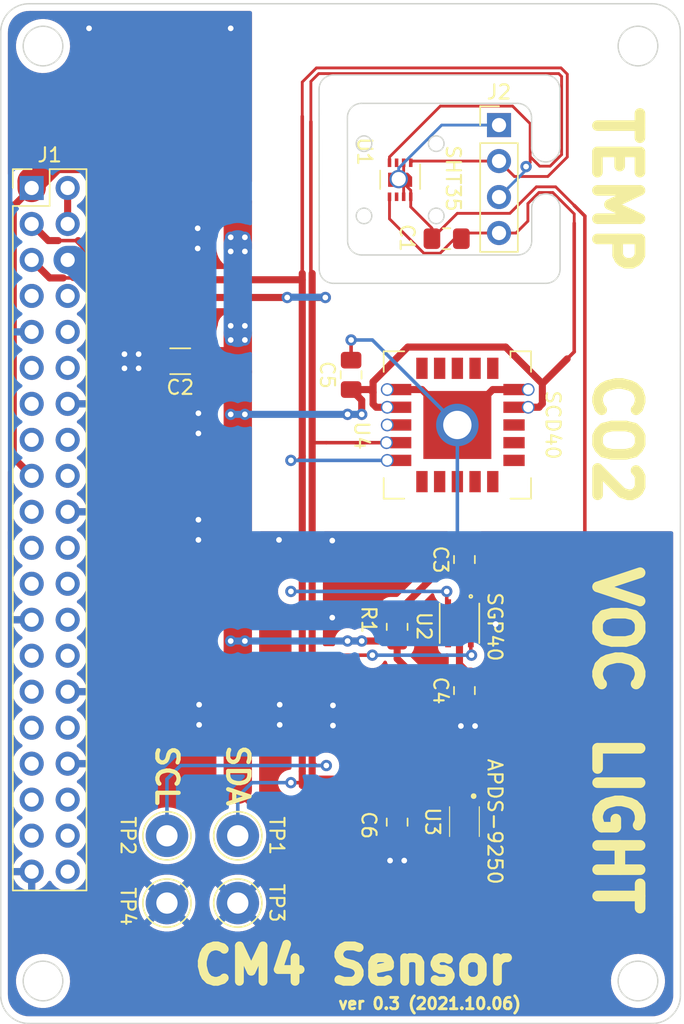
<source format=kicad_pcb>
(kicad_pcb (version 20210623) (generator pcbnew)
  (layers (0 "F.Cu" signal) (31 "B.Cu" signal) (34 "B.Paste" user) (35 "F.Paste" user) (36 "B.SilkS" user "B.Silkscreen") (37 "F.SilkS" user "F.Silkscreen") (38 "B.Mask" user) (39 "F.Mask" user) (44 "Edge.Cuts" user))
  (net 0 "")
  (net 1 "+3V3")
  (net 2 "+5V")
  (net 3 "PIN_03")
  (net 4 "PIN_05")
  (net 5 "GND")
  (net 6 "PIN_07")
  (net 7 "PIN_08")
  (net 8 "PIN_10")
  (net 9 "PIN_11")
  (net 10 "PIN_12")
  (net 11 "PIN_13")
  (net 12 "PIN_15")
  (net 13 "PIN_16")
  (net 14 "PIN_18")
  (net 15 "PIN_19")
  (net 16 "PIN_21")
  (net 17 "PIN_22")
  (net 18 "PIN_23")
  (net 19 "PIN_24")
  (net 20 "PIN_26")
  (net 21 "PIN_27")
  (net 22 "PIN_28")
  (net 23 "PIN_29")
  (net 24 "PIN_31")
  (net 25 "PIN_32")
  (net 26 "PIN_33")
  (net 27 "PIN_35")
  (net 28 "PIN_36")
  (net 29 "PIN_37")
  (net 30 "PIN_38")
  (net 31 "PIN_40")
  (net 49 "Net-(C3-Pad1)")
  (footprint "Capacitor_SMD:C_0805_2012Metric_Pad1.18x1.45mm_HandSolder" (layer "F.Cu") (at 223.25 84.75 90)
    (fp_text reference "C3" (at 0 -1.68 270 unlocked) (layer "F.SilkS"))
    (fp_text value "1u")
    (fp_line (start -0.261252 -0.735) (end 0.261252 -0.735) (layer "F.SilkS") (width 0.12))
    (fp_line (start -0.261252 0.735) (end 0.261252 0.735) (layer "F.SilkS") (width 0.12))
    (pad "1" smd roundrect locked (at -1.0375 0 90) (size 1.175 1.45) (layers "F.Cu" "F.Paste" "F.Mask") (roundrect_rratio 0.2127659574) (net 49 "Net-(C3-Pad1)"))
    (pad "2" smd roundrect locked (at 1.0375 0 90) (size 1.175 1.45) (layers "F.Cu" "F.Paste" "F.Mask") (roundrect_rratio 0.2127659574) (net 5 "GND"))
  )
  (footprint "Capacitor_SMD:C_1206_3216Metric_Pad1.33x1.80mm_HandSolder" (layer "F.Cu") (at 203.1875 70.75 180)
    (fp_text reference "C2" (at 0 -1.85) (layer "F.SilkS"))
    (fp_text value "10u")
    (fp_line (start -0.711252 -0.91) (end 0.711252 -0.91) (layer "F.SilkS") (width 0.12))
    (fp_line (start -0.711252 0.91) (end 0.711252 0.91) (layer "F.SilkS") (width 0.12))
    (pad "1" smd roundrect locked (at -1.5625 0 180) (size 1.325 1.8) (layers "F.Cu" "F.Paste" "F.Mask") (roundrect_rratio 0.1886792453) (net 1 "+3V3"))
    (pad "2" smd roundrect locked (at 1.5625 0 180) (size 1.325 1.8) (layers "F.Cu" "F.Paste" "F.Mask") (roundrect_rratio 0.1886792453) (net 5 "GND"))
  )
  (footprint "TestPoint:TestPoint_Loop_D2.54mm_Drill1.5mm_Beaded" (layer "F.Cu") (at 202.25 109)
    (fp_text reference "TP4" (at -2.75 0.25 270 unlocked) (layer "F.SilkS"))
    (fp_text value "TestPoint")
    (fp_circle (center 0 0) (end 1.7 0) (layer "F.SilkS") (width 0.12) (fill none))
    (pad "1" thru_hole circle locked (at 0 0) (size 3 3) (drill 1.5) (layers *.Cu *.Mask) (net 5 "GND"))
  )
  (footprint "CMIO:SCD4x" (layer "F.Cu") (at 222.75 75.25 -90)
    (fp_text reference "U4" (at 0.75 6.75 -90 unlocked) (layer "F.SilkS"))
    (fp_text value "SCD40" (at 0 -6.75 -90 unlocked) (layer "F.SilkS"))
    (fp_line (start 3.75 -5.2) (end 5.2 -5.2) (layer "F.SilkS") (width 0.12))
    (fp_line (start 3.75 5.2) (end 5.2 5.2) (layer "F.SilkS") (width 0.12))
    (fp_line (start -3.75 5.2) (end -5.2 5.2) (layer "F.SilkS") (width 0.12))
    (fp_line (start 5.2 5.2) (end 5.2 3.75) (layer "F.SilkS") (width 0.12))
    (fp_line (start -5.2 -3.75) (end -4.75 -3.75) (layer "F.SilkS") (width 0.12))
    (fp_line (start -5.2 5.2) (end -5.2 3.75) (layer "F.SilkS") (width 0.12))
    (fp_line (start -3.75 -5.2) (end -5.2 -5.2) (layer "F.SilkS") (width 0.12))
    (fp_line (start -5.2 -5.2) (end -5.2 -3.75) (layer "F.SilkS") (width 0.12))
    (fp_line (start 5.2 -5.2) (end 5.2 -3.75) (layer "F.SilkS") (width 0.12))
    (pad "1" smd rect (at -4 -2.5) (size 0.8 1.5) (layers "F.Cu" "F.Paste" "F.Mask"))
    (pad "2" smd rect (at -4 -1.25) (size 0.8 1.5) (layers "F.Cu" "F.Paste" "F.Mask"))
    (pad "3" smd rect (at -4 0) (size 0.8 1.5) (layers "F.Cu" "F.Paste" "F.Mask"))
    (pad "4" smd rect (at -4 1.25) (size 0.8 1.5) (layers "F.Cu" "F.Paste" "F.Mask"))
    (pad "5" smd rect (at -4 2.5) (size 0.8 1.5) (layers "F.Cu" "F.Paste" "F.Mask"))
    (pad "6" thru_hole circle (at -2.5 4.95 270) (size 0.9 0.9) (drill 0.7) (layers *.Cu *.Mask) (net 5 "GND"))
    (pad "6" smd rect (at -2.5 4 270) (size 0.8 1.5) (layers "F.Cu" "F.Paste" "F.Mask") (net 5 "GND"))
    (pad "7" thru_hole circle (at -1.25 4.95 270) (size 0.9 0.9) (drill 0.7) (layers *.Cu *.Mask) (net 1 "+3V3"))
    (pad "7" smd rect (at -1.25 4 270) (size 0.8 1.5) (layers "F.Cu" "F.Paste" "F.Mask") (net 1 "+3V3"))
    (pad "8" thru_hole circle (at 0 4.95 270) (size 0.9 0.9) (drill 0.7) (layers *.Cu *.Mask))
    (pad "8" smd rect (at 0 4 270) (size 0.8 1.5) (layers "F.Cu" "F.Paste" "F.Mask"))
    (pad "9" smd rect (at 1.25 4 270) (size 0.8 1.5) (layers "F.Cu" "F.Paste" "F.Mask") (net 4 "PIN_05"))
    (pad "9" thru_hole circle (at 1.25 5 270) (size 0.9 0.9) (drill 0.7) (layers *.Cu *.Mask) (net 4 "PIN_05"))
    (pad "10" thru_hole circle (at 2.5 4.95 270) (size 0.9 0.9) (drill 0.7) (layers *.Cu *.Mask) (net 3 "PIN_03"))
    (pad "10" smd rect (at 2.5 4 270) (size 0.8 1.5) (layers "F.Cu" "F.Paste" "F.Mask") (net 3 "PIN_03"))
    (pad "11" smd rect (at 4 2.5) (size 0.8 1.5) (layers "F.Cu" "F.Paste" "F.Mask"))
    (pad "12" smd rect (at 4 1.25) (size 0.8 1.5) (layers "F.Cu" "F.Paste" "F.Mask"))
    (pad "13" smd rect (at 4 0) (size 0.8 1.5) (layers "F.Cu" "F.Paste" "F.Mask"))
    (pad "14" smd rect (at 4 -1.25) (size 0.8 1.5) (layers "F.Cu" "F.Paste" "F.Mask"))
    (pad "15" smd rect (at 4 -2.5) (size 0.8 1.5) (layers "F.Cu" "F.Paste" "F.Mask"))
    (pad "16" smd rect (at 2.5 -4 270) (size 0.8 1.5) (layers "F.Cu" "F.Paste" "F.Mask"))
    (pad "17" smd rect (at 1.25 -4 270) (size 0.8 1.5) (layers "F.Cu" "F.Paste" "F.Mask"))
    (pad "18" smd rect (at 0 -4 270) (size 0.8 1.5) (layers "F.Cu" "F.Paste" "F.Mask"))
    (pad "19" smd rect (at -1.25 -4 270) (size 0.8 1.5) (layers "F.Cu" "F.Paste" "F.Mask") (net 1 "+3V3"))
    (pad "19" thru_hole circle (at -1.25 -5 270) (size 0.9 0.9) (drill 0.7) (layers *.Cu *.Mask) (net 1 "+3V3"))
    (pad "20" smd rect (at -2.5 -4 270) (size 0.8 1.5) (layers "F.Cu" "F.Paste" "F.Mask") (net 5 "GND"))
    (pad "20" thru_hole circle (at -2.5 -5 270) (size 0.9 0.9) (drill 0.7) (layers *.Cu *.Mask) (net 5 "GND"))
    (pad "21" smd rect (at 0 0 270) (size 4.8 4.8) (layers "F.Cu" "F.Paste" "F.Mask") (net 5 "GND"))
    (pad "21" thru_hole circle (at 0 0 270) (size 3 3) (drill 2) (layers *.Cu *.Mask) (net 5 "GND"))
  )
  (footprint "CMIO:SGP40-D-R4" (layer "F.Cu") (at 222.9 89.25 -90)
    (fp_text reference "U2" (at 0.2 2.5 -90 unlocked) (layer "F.SilkS"))
    (fp_text value "SGP40" (at 0.25 -2.5 -90 unlocked) (layer "F.SilkS"))
    (fp_line (start 1.397 -1.397) (end -1.397 -1.397) (layer "F.SilkS") (width 0.12))
    (fp_line (start -1.397 1.397) (end 1.397 1.397) (layer "F.SilkS") (width 0.12))
    (fp_circle (center -1.9 -0.8) (end -1.7984 -0.8) (layer "F.SilkS") (width 0.12) (fill none))
    (pad "1" smd rect locked (at -1.27 -0.800001 270) (size 0.85 0.4064) (layers "F.Cu" "F.Paste" "F.Mask") (net 49 "Net-(C3-Pad1)"))
    (pad "2" smd rect locked (at -1.27 0 270) (size 0.85 0.4064) (layers "F.Cu" "F.Paste" "F.Mask") (net 5 "GND"))
    (pad "3" smd rect locked (at -1.27 0.800001 270) (size 0.85 0.4064) (layers "F.Cu" "F.Paste" "F.Mask") (net 3 "PIN_03"))
    (pad "4" smd rect locked (at 1.27 0.800001 270) (size 0.85 0.4064) (layers "F.Cu" "F.Paste" "F.Mask") (net 5 "GND"))
    (pad "5" smd rect locked (at 1.27 0 270) (size 0.85 0.4064) (layers "F.Cu" "F.Paste" "F.Mask") (net 1 "+3V3"))
    (pad "6" smd rect locked (at 1.27 -0.800001 270) (size 0.85 0.4064) (layers "F.Cu" "F.Paste" "F.Mask") (net 4 "PIN_05"))
    (pad "7" smd rect locked (at 0 0 270) (size 1.2 1.7) (layers "F.Cu" "F.Paste" "F.Mask") (net 5 "GND"))
  )
  (footprint "TestPoint:TestPoint_Loop_D2.54mm_Drill1.5mm_Beaded" (layer "F.Cu") (at 202.25 104.25)
    (fp_text reference "TP2" (at -2.75 0 270 unlocked) (layer "F.SilkS"))
    (fp_text value "TestPoint")
    (fp_circle (center 0 0) (end 1.7 0) (layer "F.SilkS") (width 0.12) (fill none))
    (pad "1" thru_hole circle locked (at 0 0) (size 3 3) (drill 1.5) (layers *.Cu *.Mask) (net 4 "PIN_05"))
  )
  (footprint "Connector_PinHeader_2.54mm:PinHeader_2x20_P2.54mm_Vertical" (layer "F.Cu") (at 192.7 58.52)
    (fp_text reference "J1" (at 1.27 -2.33) (layer "F.SilkS"))
    (fp_text value "RPi_pin")
    (fp_line (start -1.33 1.27) (end 1.27 1.27) (layer "F.SilkS") (width 0.12))
    (fp_line (start -1.33 49.59) (end 3.87 49.59) (layer "F.SilkS") (width 0.12))
    (fp_line (start -1.33 -1.33) (end 0 -1.33) (layer "F.SilkS") (width 0.12))
    (fp_line (start 3.87 -1.33) (end 3.87 49.59) (layer "F.SilkS") (width 0.12))
    (fp_line (start -1.33 1.27) (end -1.33 49.59) (layer "F.SilkS") (width 0.12))
    (fp_line (start 1.27 -1.33) (end 3.87 -1.33) (layer "F.SilkS") (width 0.12))
    (fp_line (start 1.27 1.27) (end 1.27 -1.33) (layer "F.SilkS") (width 0.12))
    (fp_line (start -1.33 0) (end -1.33 -1.33) (layer "F.SilkS") (width 0.12))
    (pad "1" thru_hole rect locked (at 0 0) (size 1.7 1.7) (drill 1) (layers *.Cu *.Mask) (net 1 "+3V3"))
    (pad "2" thru_hole oval locked (at 2.54 0) (size 1.7 1.7) (drill 1) (layers *.Cu *.Mask) (net 2 "+5V"))
    (pad "3" thru_hole oval locked (at 0 2.54) (size 1.7 1.7) (drill 1) (layers *.Cu *.Mask) (net 3 "PIN_03"))
    (pad "4" thru_hole oval locked (at 2.54 2.54) (size 1.7 1.7) (drill 1) (layers *.Cu *.Mask) (net 2 "+5V"))
    (pad "5" thru_hole oval locked (at 0 5.08) (size 1.7 1.7) (drill 1) (layers *.Cu *.Mask) (net 4 "PIN_05"))
    (pad "6" thru_hole oval locked (at 2.54 5.08) (size 1.7 1.7) (drill 1) (layers *.Cu *.Mask) (net 5 "GND"))
    (pad "7" thru_hole oval locked (at 0 7.62) (size 1.7 1.7) (drill 1) (layers *.Cu *.Mask) (net 6 "PIN_07"))
    (pad "8" thru_hole oval locked (at 2.54 7.62) (size 1.7 1.7) (drill 1) (layers *.Cu *.Mask) (net 7 "PIN_08"))
    (pad "9" thru_hole oval locked (at 0 10.16) (size 1.7 1.7) (drill 1) (layers *.Cu *.Mask) (net 5 "GND"))
    (pad "10" thru_hole oval locked (at 2.54 10.16) (size 1.7 1.7) (drill 1) (layers *.Cu *.Mask) (net 8 "PIN_10"))
    (pad "11" thru_hole oval locked (at 0 12.7) (size 1.7 1.7) (drill 1) (layers *.Cu *.Mask) (net 9 "PIN_11"))
    (pad "12" thru_hole oval locked (at 2.54 12.7) (size 1.7 1.7) (drill 1) (layers *.Cu *.Mask) (net 10 "PIN_12"))
    (pad "13" thru_hole oval locked (at 0 15.24) (size 1.7 1.7) (drill 1) (layers *.Cu *.Mask) (net 11 "PIN_13"))
    (pad "14" thru_hole oval locked (at 2.54 15.24) (size 1.7 1.7) (drill 1) (layers *.Cu *.Mask) (net 5 "GND"))
    (pad "15" thru_hole oval locked (at 0 17.78) (size 1.7 1.7) (drill 1) (layers *.Cu *.Mask) (net 12 "PIN_15"))
    (pad "16" thru_hole oval locked (at 2.54 17.78) (size 1.7 1.7) (drill 1) (layers *.Cu *.Mask) (net 13 "PIN_16"))
    (pad "17" thru_hole oval locked (at 0 20.32) (size 1.7 1.7) (drill 1) (layers *.Cu *.Mask) (net 1 "+3V3"))
    (pad "18" thru_hole oval locked (at 2.54 20.32) (size 1.7 1.7) (drill 1) (layers *.Cu *.Mask) (net 14 "PIN_18"))
    (pad "19" thru_hole oval locked (at 0 22.86) (size 1.7 1.7) (drill 1) (layers *.Cu *.Mask) (net 15 "PIN_19"))
    (pad "20" thru_hole oval locked (at 2.54 22.86) (size 1.7 1.7) (drill 1) (layers *.Cu *.Mask) (net 5 "GND"))
    (pad "21" thru_hole oval locked (at 0 25.4) (size 1.7 1.7) (drill 1) (layers *.Cu *.Mask) (net 16 "PIN_21"))
    (pad "22" thru_hole oval locked (at 2.54 25.4) (size 1.7 1.7) (drill 1) (layers *.Cu *.Mask) (net 17 "PIN_22"))
    (pad "23" thru_hole oval locked (at 0 27.94) (size 1.7 1.7) (drill 1) (layers *.Cu *.Mask) (net 18 "PIN_23"))
    (pad "24" thru_hole oval locked (at 2.54 27.94) (size 1.7 1.7) (drill 1) (layers *.Cu *.Mask) (net 19 "PIN_24"))
    (pad "25" thru_hole oval locked (at 0 30.48) (size 1.7 1.7) (drill 1) (layers *.Cu *.Mask) (net 5 "GND"))
    (pad "26" thru_hole oval locked (at 2.54 30.48) (size 1.7 1.7) (drill 1) (layers *.Cu *.Mask) (net 20 "PIN_26"))
    (pad "27" thru_hole oval locked (at 0 33.02) (size 1.7 1.7) (drill 1) (layers *.Cu *.Mask) (net 21 "PIN_27"))
    (pad "28" thru_hole oval locked (at 2.54 33.02) (size 1.7 1.7) (drill 1) (layers *.Cu *.Mask) (net 22 "PIN_28"))
    (pad "29" thru_hole oval locked (at 0 35.56) (size 1.7 1.7) (drill 1) (layers *.Cu *.Mask) (net 23 "PIN_29"))
    (pad "30" thru_hole oval locked (at 2.54 35.56) (size 1.7 1.7) (drill 1) (layers *.Cu *.Mask) (net 5 "GND"))
    (pad "31" thru_hole oval locked (at 0 38.1) (size 1.7 1.7) (drill 1) (layers *.Cu *.Mask) (net 24 "PIN_31"))
    (pad "32" thru_hole oval locked (at 2.54 38.1) (size 1.7 1.7) (drill 1) (layers *.Cu *.Mask) (net 25 "PIN_32"))
    (pad "33" thru_hole oval locked (at 0 40.64) (size 1.7 1.7) (drill 1) (layers *.Cu *.Mask) (net 26 "PIN_33"))
    (pad "34" thru_hole oval locked (at 2.54 40.64) (size 1.7 1.7) (drill 1) (layers *.Cu *.Mask) (net 5 "GND"))
    (pad "35" thru_hole oval locked (at 0 43.18) (size 1.7 1.7) (drill 1) (layers *.Cu *.Mask) (net 27 "PIN_35"))
    (pad "36" thru_hole oval locked (at 2.54 43.18) (size 1.7 1.7) (drill 1) (layers *.Cu *.Mask) (net 28 "PIN_36"))
    (pad "37" thru_hole oval locked (at 0 45.72) (size 1.7 1.7) (drill 1) (layers *.Cu *.Mask) (net 29 "PIN_37"))
    (pad "38" thru_hole oval locked (at 2.54 45.72) (size 1.7 1.7) (drill 1) (layers *.Cu *.Mask) (net 30 "PIN_38"))
    (pad "39" thru_hole oval locked (at 0 48.26) (size 1.7 1.7) (drill 1) (layers *.Cu *.Mask) (net 5 "GND"))
    (pad "40" thru_hole oval locked (at 2.54 48.26) (size 1.7 1.7) (drill 1) (layers *.Cu *.Mask) (net 31 "PIN_40"))
  )
  (footprint "TestPoint:TestPoint_Loop_D2.54mm_Drill1.5mm_Beaded" (layer "F.Cu") (at 207.25 109)
    (fp_text reference "TP3" (at 2.75 0 270 unlocked) (layer "F.SilkS"))
    (fp_text value "TestPoint")
    (fp_circle (center 0 0) (end 1.7 0) (layer "F.SilkS") (width 0.12) (fill none))
    (pad "1" thru_hole circle locked (at 0 0) (size 3 3) (drill 1.5) (layers *.Cu *.Mask) (net 5 "GND"))
  )
  (footprint "Capacitor_SMD:C_0805_2012Metric_Pad1.18x1.45mm_HandSolder" (layer "F.Cu") (at 223.25 94 90)
    (fp_text reference "C4" (at 0 -1.68 270 unlocked) (layer "F.SilkS"))
    (fp_text value "1u")
    (fp_line (start -0.261252 0.735) (end 0.261252 0.735) (layer "F.SilkS") (width 0.12))
    (fp_line (start -0.261252 -0.735) (end 0.261252 -0.735) (layer "F.SilkS") (width 0.12))
    (pad "1" smd roundrect locked (at -1.0375 0 90) (size 1.175 1.45) (layers "F.Cu" "F.Paste" "F.Mask") (roundrect_rratio 0.2127659574) (net 5 "GND"))
    (pad "2" smd roundrect locked (at 1.0375 0 90) (size 1.175 1.45) (layers "F.Cu" "F.Paste" "F.Mask") (roundrect_rratio 0.2127659574) (net 1 "+3V3"))
  )
  (footprint "Connector_PinHeader_2.54mm:PinHeader_1x04_P2.54mm_Vertical" (layer "F.Cu") (at 225.69 54.08)
    (fp_text reference "J2" (at 0 -2.33) (layer "F.SilkS"))
    (fp_text value "Conn_01x04_Male")
    (fp_line (start -1.33 1.27) (end -1.33 8.95) (layer "F.SilkS") (width 0.12))
    (fp_line (start -1.33 0) (end -1.33 -1.33) (layer "F.SilkS") (width 0.12))
    (fp_line (start -1.33 8.95) (end 1.33 8.95) (layer "F.SilkS") (width 0.12))
    (fp_line (start 1.33 1.27) (end 1.33 8.95) (layer "F.SilkS") (width 0.12))
    (fp_line (start -1.33 -1.33) (end 0 -1.33) (layer "F.SilkS") (width 0.12))
    (fp_line (start -1.33 1.27) (end 1.33 1.27) (layer "F.SilkS") (width 0.12))
    (pad "1" thru_hole rect locked (at 0 0) (size 1.7 1.7) (drill 1) (layers *.Cu *.Mask) (net 5 "GND"))
    (pad "2" thru_hole oval locked (at 0 2.54) (size 1.7 1.7) (drill 1) (layers *.Cu *.Mask) (net 3 "PIN_03"))
    (pad "3" thru_hole oval locked (at 0 5.08) (size 1.7 1.7) (drill 1) (layers *.Cu *.Mask) (net 4 "PIN_05"))
    (pad "4" thru_hole oval locked (at 0 7.62) (size 1.7 1.7) (drill 1) (layers *.Cu *.Mask) (net 1 "+3V3"))
  )
  (footprint "Capacitor_SMD:C_0805_2012Metric_Pad1.18x1.45mm_HandSolder" (layer "F.Cu") (at 221.9925 62.1 180)
    (fp_text reference "C1" (at 2.79 0.06 270 unlocked) (layer "F.SilkS"))
    (fp_text value "0.1u")
    (fp_line (start -0.261252 -0.735) (end 0.261252 -0.735) (layer "F.SilkS") (width 0.12))
    (fp_line (start -0.261252 0.735) (end 0.261252 0.735) (layer "F.SilkS") (width 0.12))
    (pad "1" smd roundrect locked (at -1.0375 0 180) (size 1.175 1.45) (layers "F.Cu" "F.Paste" "F.Mask") (roundrect_rratio 0.2127659574) (net 1 "+3V3"))
    (pad "2" smd roundrect locked (at 1.0375 0 180) (size 1.175 1.45) (layers "F.Cu" "F.Paste" "F.Mask") (roundrect_rratio 0.2127659574) (net 5 "GND"))
  )
  (footprint "TestPoint:TestPoint_Loop_D2.54mm_Drill1.5mm_Beaded" (layer "F.Cu") (at 207.25 104.25)
    (fp_text reference "TP1" (at 2.75 0 270 unlocked) (layer "F.SilkS"))
    (fp_text value "TestPoint")
    (fp_circle (center 0 0) (end 1.7 0) (layer "F.SilkS") (width 0.12) (fill none))
    (pad "1" thru_hole circle locked (at 0 0) (size 3 3) (drill 1.5) (layers *.Cu *.Mask) (net 3 "PIN_03"))
  )
  (footprint "Resistor_SMD:R_0805_2012Metric_Pad1.20x1.40mm_HandSolder" (layer "F.Cu") (at 218.5 89.5 -90)
    (fp_text reference "R1" (at -0.5 2 -90 unlocked) (layer "F.SilkS"))
    (fp_text value "4.7")
    (fp_line (start -0.227064 0.735) (end 0.227064 0.735) (layer "F.SilkS") (width 0.12))
    (fp_line (start -0.227064 -0.735) (end 0.227064 -0.735) (layer "F.SilkS") (width 0.12))
    (pad "1" smd roundrect locked (at -1 0 270) (size 1.2 1.4) (layers "F.Cu" "F.Paste" "F.Mask") (roundrect_rratio 0.2083333333) (net 49 "Net-(C3-Pad1)"))
    (pad "2" smd roundrect locked (at 1 0 270) (size 1.2 1.4) (layers "F.Cu" "F.Paste" "F.Mask") (roundrect_rratio 0.2083333333) (net 1 "+3V3"))
  )
  (footprint "CMIO:SON65P200X200X75-6N" (layer "F.Cu") (at 223.25 103.25 -90)
    (fp_text reference "U3" (at 0 2.25 -90 unlocked) (layer "F.SilkS"))
    (fp_text value "APDS-9250")
    (fp_line (start 1.05 1.05) (end -1.05 1.05) (layer "F.SilkS") (width 0.0762))
    (fp_line (start -1.05 -1.05) (end 1.05 -1.05) (layer "F.SilkS") (width 0.0762))
    (fp_circle (center -1.8 -0.65) (end -1.7 -0.65) (layer "F.SilkS") (width 0.2) (fill none))
    (pad "1" smd rect locked (at -0.745 -0.65 270) (size 1.24 0.32) (layers "F.Cu" "F.Paste" "F.Mask") (net 4 "PIN_05"))
    (pad "2" smd rect locked (at -0.745 0 270) (size 1.24 0.32) (layers "F.Cu" "F.Paste" "F.Mask") (net 3 "PIN_03"))
    (pad "3" smd rect locked (at -0.745 0.65 270) (size 1.24 0.32) (layers "F.Cu" "F.Paste" "F.Mask") (net 1 "+3V3"))
    (pad "4" smd rect locked (at 0.745 0.65 270) (size 1.24 0.32) (layers "F.Cu" "F.Paste" "F.Mask"))
    (pad "5" smd rect locked (at 0.745 0 270) (size 1.24 0.32) (layers "F.Cu" "F.Paste" "F.Mask"))
    (pad "6" smd rect locked (at 0.745 -0.65 270) (size 1.24 0.32) (layers "F.Cu" "F.Paste" "F.Mask") (net 5 "GND"))
  )
  (footprint "Capacitor_SMD:C_0805_2012Metric_Pad1.18x1.45mm_HandSolder" (layer "F.Cu") (at 218.5 103.2875 -90)
    (fp_text reference "C6" (at 0.2125 2 -90 unlocked) (layer "F.SilkS"))
    (fp_text value "1u")
    (fp_line (start -0.261252 -0.735) (end 0.261252 -0.735) (layer "F.SilkS") (width 0.12))
    (fp_line (start -0.261252 0.735) (end 0.261252 0.735) (layer "F.SilkS") (width 0.12))
    (pad "1" smd roundrect locked (at -1.0375 0 270) (size 1.175 1.45) (layers "F.Cu" "F.Paste" "F.Mask") (roundrect_rratio 0.2127659574) (net 1 "+3V3"))
    (pad "2" smd roundrect locked (at 1.0375 0 270) (size 1.175 1.45) (layers "F.Cu" "F.Paste" "F.Mask") (roundrect_rratio 0.2127659574) (net 5 "GND"))
  )
  (footprint "CMIO:Sensirion_DFN-8-1EP_2.5x2.5mm_P0.5mm_EP1.1x1.7mm" (layer "F.Cu") (at 218.71 57.94 -90)
    (fp_text reference "U1" (at -1.993 2.5 -90 unlocked) (layer "F.SilkS"))
    (fp_text value "SHT35" (at -0.1 -3.75 -90 unlocked) (layer "F.SilkS"))
    (fp_line (start -1.09 -1.41) (end 0.65 -1.41) (layer "F.SilkS") (width 0.12))
    (fp_line (start -0.65 1.41) (end 0.65 1.41) (layer "F.SilkS") (width 0.12))
    (fp_circle (center 2.55 2.55) (end 3.1 2.55) (layer "Edge.Cuts") (width 0.1) (fill none))
    (fp_circle (center 2.55 -2.55) (end 3.1 -2.55) (layer "Edge.Cuts") (width 0.1) (fill none))
    (fp_circle (center -2.55 2.55) (end -2 2.55) (layer "Edge.Cuts") (width 0.1) (fill none))
    (fp_circle (center -2.55 -2.55) (end -2 -2.55) (layer "Edge.Cuts") (width 0.1) (fill none))
    (pad "1" smd rect locked (at -1.2 -0.75 270) (size 0.6 0.25) (layers "F.Cu" "F.Paste" "F.Mask") (net 3 "PIN_03"))
    (pad "2" smd rect locked (at -1.2 -0.25 270) (size 0.6 0.25) (layers "F.Cu" "F.Paste" "F.Mask") (net 5 "GND"))
    (pad "3" smd rect locked (at -1.2 0.25 270) (size 0.6 0.25) (layers "F.Cu" "F.Paste" "F.Mask"))
    (pad "4" smd rect locked (at -1.2 0.75 90) (size 0.6 0.25) (layers "F.Cu" "F.Paste" "F.Mask") (net 4 "PIN_05"))
    (pad "5" smd rect locked (at 1.2 0.75 270) (size 0.6 0.25) (layers "F.Cu" "F.Paste" "F.Mask") (net 1 "+3V3"))
    (pad "6" smd rect locked (at 1.2 0.25 270) (size 0.6 0.25) (layers "F.Cu" "F.Paste" "F.Mask"))
    (pad "7" smd rect locked (at 1.2 -0.25 270) (size 0.6 0.25) (layers "F.Cu" "F.Paste" "F.Mask") (net 5 "GND"))
    (pad "8" smd rect locked (at 1.2 -0.75 270) (size 0.6 0.25) (layers "F.Cu" "F.Paste" "F.Mask") (net 5 "GND"))
    (pad "9" smd custom locked (at 0 0 270) (size 1 1) (layers "F.Cu" "F.Mask") (net 5 "GND") (options (clearance outline) (anchor circle)) (primitives (gr_poly (pts (xy 0.5 0.85) (xy -0.5 0.85) (xy -0.5 -0.55) (xy -0.2 -0.85) (xy 0.5 -0.85)) (width 0) (fill yes))))
    (pad "9" thru_hole circle locked (at -0.05 0.1 270) (size 1.3 1.3) (drill 1) (layers *.Cu *.Mask) (net 5 "GND"))
  )
  (footprint "Capacitor_SMD:C_0805_2012Metric_Pad1.18x1.45mm_HandSolder" (layer "F.Cu") (at 215.25 71.7125 90)
    (fp_text reference "C5" (at 0 -1.68 270 unlocked) (layer "F.SilkS"))
    (fp_text value "1u")
    (fp_line (start -0.261252 0.735) (end 0.261252 0.735) (layer "F.SilkS") (width 0.12))
    (fp_line (start -0.261252 -0.735) (end 0.261252 -0.735) (layer "F.SilkS") (width 0.12))
    (pad "1" smd roundrect locked (at -1.0375 0 90) (size 1.175 1.45) (layers "F.Cu" "F.Paste" "F.Mask") (roundrect_rratio 0.2127659574) (net 1 "+3V3"))
    (pad "2" smd roundrect locked (at 1.0375 0 90) (size 1.175 1.45) (layers "F.Cu" "F.Paste" "F.Mask") (roundrect_rratio 0.2127659574) (net 5 "GND"))
  )
  (gr_arc (start 229 64.25) (end 229 65.25) (angle -90) (layer "Edge.Cuts") (width 0.1))
  (gr_circle locked (center 235.5 48.5) (end 236.9 48.5) (layer "Edge.Cuts") (width 0.1) (fill none))
  (gr_arc (start 228.988 51.546) (end 228.988 50.546) (angle 90) (layer "Edge.Cuts") (width 0.1))
  (gr_line (start 228 59.94) (end 228 62.25) (layer "Edge.Cuts") (width 0.1))
  (gr_arc (start 228.99 55.68) (end 227.99 55.68) (angle -180) (layer "Edge.Cuts") (width 0.1))
  (gr_arc (start 215.988 53.546) (end 215.988 52.546) (angle -90) (layer "Edge.Cuts") (width 0.1))
  (gr_line locked (start 238.485786 47.514214) (end 238.5 115.5) (layer "Edge.Cuts") (width 0.1))
  (gr_arc (start 229 59.94) (end 228 59.94) (angle 180) (layer "Edge.Cuts") (width 0.1))
  (gr_line (start 216 63.25) (end 227 63.25) (layer "Edge.Cuts") (width 0.1))
  (gr_circle locked (center 193.5 114.5) (end 194.9 114.5) (layer "Edge.Cuts") (width 0.1) (fill none))
  (gr_circle locked (center 235.5 114.5) (end 236.9 114.5) (layer "Edge.Cuts") (width 0.1) (fill none))
  (gr_line (start 227.988 53.546) (end 227.99 55.68) (layer "Edge.Cuts") (width 0.1))
  (gr_arc (start 227 62.25) (end 227 63.25) (angle -90) (layer "Edge.Cuts") (width 0.1))
  (gr_arc (start 192.508376 115.505745) (end 192.514214 117.5) (angle 90.74116571) (layer "Edge.Cuts") (width 0.1))
  (gr_line (start 230 64.25) (end 230 59.94) (layer "Edge.Cuts") (width 0.1))
  (gr_arc (start 214 64.25) (end 214 65.25) (angle 90) (layer "Edge.Cuts") (width 0.1))
  (gr_arc (start 213.988 51.546) (end 213.988 50.546) (angle -90) (layer "Edge.Cuts") (width 0.1))
  (gr_line locked (start 192.514214 45.514214) (end 236.485786 45.514214) (layer "Edge.Cuts") (width 0.1))
  (gr_line locked (start 236.5 117.5) (end 192.514214 117.5) (layer "Edge.Cuts") (width 0.1))
  (gr_circle locked (center 193.5 48.5) (end 194.9 48.5) (layer "Edge.Cuts") (width 0.1) (fill none))
  (gr_line locked (start 190.514214 47.514214) (end 190.514214 115.485786) (layer "Edge.Cuts") (width 0.1))
  (gr_line (start 229 65.25) (end 214 65.25) (layer "Edge.Cuts") (width 0.1))
  (gr_arc locked (start 236.485786 47.514213) (end 236.485786 45.514214) (angle 90) (layer "Edge.Cuts") (width 0.1))
  (gr_line (start 213 64.25) (end 212.988 51.546) (layer "Edge.Cuts") (width 0.1))
  (gr_line (start 226.988 52.546) (end 215.988 52.546) (layer "Edge.Cuts") (width 0.1))
  (gr_arc (start 236.5 115.5) (end 238.5 115.5) (angle 90) (layer "Edge.Cuts") (width 0.1))
  (gr_line (start 213.988 50.546) (end 228.988 50.546) (layer "Edge.Cuts") (width 0.1))
  (gr_line (start 214.988 53.546) (end 215 62.25) (layer "Edge.Cuts") (width 0.1))
  (gr_arc (start 192.514214 47.514214) (end 190.514214 47.514214) (angle 90) (layer "Edge.Cuts") (width 0.1))
  (gr_arc (start 226.988 53.546) (end 226.988 52.546) (angle 90) (layer "Edge.Cuts") (width 0.1))
  (gr_arc (start 216 62.25) (end 216 63.25) (angle 90) (layer "Edge.Cuts") (width 0.1))
  (gr_line (start 229.988 51.546) (end 229.99 55.68) (layer "Edge.Cuts") (width 0.1))
  (gr_text "ver 0.3 (2021.10.06)" (at 220.8 116.1) (layer "F.SilkS") (effects (font (size 0.8 0.8) (thickness 0.2))))
  (gr_text "VOC\n" (at 234 89.75 270) (layer "F.SilkS") (effects (font (size 3 3) (thickness 0.75))))
  (gr_text "LIGHT" (at 234 103.5 270) (layer "F.SilkS") (effects (font (size 3 3) (thickness 0.75))))
  (gr_text "SCL" (at 202.25 100 270) (layer "F.SilkS") (effects (font (size 1.5 1.5) (thickness 0.3))))
  (gr_text "CO2" (at 234 76.25 270) (layer "F.SilkS") (effects (font (size 3 3) (thickness 0.75))))
  (gr_text "APDS-9250" (at 225.4 103.25 270) (layer "F.SilkS") (effects (font (size 1 1))))
  (gr_text "TEMP\n" (at 233.988 58.689 270) (layer "F.SilkS") (effects (font (size 3 3) (thickness 0.75))))
  (gr_text "CM4 Sensor" (at 215.4 113.4) (layer "F.SilkS") (effects (font (size 2.5 2.5) (thickness 0.625))))
  (gr_text "SDA" (at 207.25 100 270) (layer "F.SilkS") (effects (font (size 1.5 1.5) (thickness 0.3))))
  (segment (start 216.800489 72.199511) (end 219.25 69.75) (width 0.5) (layer "F.Cu") (net 1))
  (segment (start 191.400489 77.540489) (end 191.400489 59.819511) (width 0.5) (layer "F.Cu") (net 1))
  (segment (start 207.25 101) (end 208.5 102.25) (width 0.5) (layer "F.Cu") (net 1))
  (segment (start 231 61) (end 231 60.350362) (width 0.2) (layer "F.Cu") (net 1))
  (segment (start 216 74.5) (end 216 73.5) (width 0.5) (layer "F.Cu") (net 1))
  (segment (start 227.75 74) (end 228.527817 74) (width 0.5) (layer "F.Cu") (net 1))
  (segment (start 226.89 61.7) (end 225.69 61.7) (width 0.2) (layer "F.Cu") (net 1))
  (segment (start 230.5 70.585499) (end 228.749511 72.335988) (width 0.5) (layer "F.Cu") (net 1))
  (segment (start 216.800489 72.949511) (end 216.800489 72.199511) (width 0.5) (layer "F.Cu") (net 1))
  (segment (start 228.5 74) (end 227.75 74) (width 0.5) (layer "F.Cu") (net 1))
  (segment (start 227.73 60.86) (end 226.89 61.7) (width 0.2) (layer "F.Cu") (net 1))
  (segment (start 191.400489 59.819511) (end 192.7 58.52) (width 0.5) (layer "F.Cu") (net 1))
  (segment (start 192.7 58.52) (end 192.7 58.05) (width 2) (layer "F.Cu") (net 1))
  (segment (start 208.5 102.25) (end 218.5 102.25) (width 0.5) (layer "F.Cu") (net 1))
  (segment (start 215 90.5) (end 218.5 90.5) (width 0.5) (layer "F.Cu") (net 1))
  (segment (start 222.9 90.4438) (end 222.9 92.15) (width 0.5) (layer "F.Cu") (net 1))
  (segment (start 220.382956 63.12452) (end 217.96 60.701564) (width 0.2) (layer "F.Cu") (net 1))
  (segment (start 228.749511 72.335988) (end 228.749511 73.750489) (width 0.5) (layer "F.Cu") (net 1))
  (segment (start 216.600978 72.75) (end 216.800489 72.949511) (width 0.5) (layer "F.Cu") (net 1))
  (segment (start 218.5 91.75) (end 219.7125 92.9625) (width 0.5) (layer "F.Cu") (net 1))
  (segment (start 228.51 58.84) (end 227.73 59.62) (width 0.2) (layer "F.Cu") (net 1))
  (segment (start 226.163523 69.75) (end 228.749511 72.335988) (width 0.5) (layer "F.Cu") (net 1))
  (segment (start 215.25 72.75) (end 216.600978 72.75) (width 0.5) (layer "F.Cu") (net 1))
  (segment (start 192.7 58.05) (end 194.279511 56.470489) (width 2) (layer "F.Cu") (net 1))
  (segment (start 216.800489 73.778306) (end 216.800489 72.949511) (width 0.5) (layer "F.Cu") (net 1))
  (segment (start 218.5 90.5) (end 218.5 91.75) (width 0.5) (layer "F.Cu") (net 1))
  (segment (start 206.5 70.75) (end 207.25 71.5) (width 2) (layer "F.Cu") (net 1))
  (segment (start 217.022183 74) (end 216.800489 73.778306) (width 0.5) (layer "F.Cu") (net 1))
  (segment (start 194.279511 56.470489) (end 204.220489 56.470489) (width 2) (layer "F.Cu") (net 1))
  (segment (start 223.43 61.7) (end 223.03 62.1) (width 0.2) (layer "F.Cu") (net 1))
  (segment (start 223.03 62.1) (end 222.56 62.1) (width 0.2) (layer "F.Cu") (net 1))
  (segment (start 217.96 60.701564) (end 217.96 59.14) (width 0.2) (layer "F.Cu") (net 1))
  (segment (start 207.25 59.5) (end 207.25 62.75) (width 2) (layer "F.Cu") (net 1))
  (segment (start 225.69 61.7) (end 223.43 61.7) (width 0.2) (layer "F.Cu") (net 1))
  (segment (start 227.73 59.62) (end 227.73 60.86) (width 0.2) (layer "F.Cu") (net 1))
  (segment (start 217.8 74) (end 217.022183 74) (width 0.5) (layer "F.Cu") (net 1))
  (segment (start 219.25 69.75) (end 226.163523 69.75) (width 0.5) (layer "F.Cu") (net 1))
  (segment (start 192.7 78.84) (end 191.400489 77.540489) (width 0.5) (layer "F.Cu") (net 1))
  (segment (start 229.489638 58.84) (end 228.51 58.84) (width 0.2) (layer "F.Cu") (net 1))
  (segment (start 204.75 70.75) (end 206.5 70.75) (width 2) (layer "F.Cu") (net 1))
  (segment (start 215 74.5) (end 216 74.5) (width 0.5) (layer "F.Cu") (net 1))
  (segment (start 218.5 102.25) (end 222.345 102.25) (width 0.5) (layer "F.Cu") (net 1))
  (segment (start 207.25 71.5) (end 207.25 101) (width 2) (layer "F.Cu") (net 1))
  (segment (start 204.220489 56.470489) (end 207.25 59.5) (width 2) (layer "F.Cu") (net 1))
  (segment (start 231 61) (end 231 70.085499) (width 0.25) (layer "F.Cu") (net 1))
  (segment (start 219.7125 92.9625) (end 223.25 92.9625) (width 0.5) (layer "F.Cu") (net 1))
  (segment (start 228.749511 73.750489) (end 228.5 74) (width 0.5) (layer "F.Cu") (net 1))
  (segment (start 221.53548 63.12452) (end 220.382956 63.12452) (width 0.2) (layer "F.Cu") (net 1))
  (segment (start 222.56 62.1) (end 221.53548 63.12452) (width 0.2) (layer "F.Cu") (net 1))
  (segment (start 222.345 102.25) (end 222.6 102.505) (width 0.5) (layer "F.Cu") (net 1))
  (segment (start 207.25 68.75) (end 207.25 71.5) (width 2) (layer "F.Cu") (net 1))
  (segment (start 231 60.350362) (end 229.489638 58.84) (width 0.2) (layer "F.Cu") (net 1))
  (segment (start 216 73.5) (end 215.25 72.75) (width 0.5) (layer "F.Cu") (net 1))
  (segment (start 231 70.085499) (end 230.5 70.585499) (width 0.25) (layer "F.Cu") (net 1))
  (segment (start 222.9 92.15) (end 223.25 92.5) (width 0.5) (layer "F.Cu") (net 1))
  (via (at 207.75 63) (size 0.8) (drill 0.4) (layers "F.Cu" "B.Cu") (net 1))
  (via (at 207.75 69.25) (size 0.8) (drill 0.4) (layers "F.Cu" "B.Cu") (net 1))
  (via (at 206.75 69.25) (size 0.8) (drill 0.4) (layers "F.Cu" "B.Cu") (net 1))
  (via (at 216 74.5) (size 0.8) (drill 0.4) (layers "F.Cu" "B.Cu") (net 1))
  (via (at 207.75 74.5) (size 0.8) (drill 0.4) (layers "F.Cu" "B.Cu") (net 1))
  (via (at 215 74.5) (size 0.8) (drill 0.4) (layers "F.Cu" "B.Cu") (net 1))
  (via (at 215 90.5) (size 0.8) (drill 0.4) (layers "F.Cu" "B.Cu") (net 1))
  (via (at 206.75 63) (size 0.8) (drill 0.4) (layers "F.Cu" "B.Cu") (net 1))
  (via (at 206.75 90.5) (size 0.8) (drill 0.4) (layers "F.Cu" "B.Cu") (net 1))
  (via (at 206.75 68.25) (size 0.8) (drill 0.4) (layers "F.Cu" "B.Cu") (net 1))
  (via (at 206.75 62) (size 0.8) (drill 0.4) (layers "F.Cu" "B.Cu") (net 1))
  (via (at 207.75 68.25) (size 0.8) (drill 0.4) (layers "F.Cu" "B.Cu") (net 1))
  (via (at 207.75 90.5) (size 0.8) (drill 0.4) (layers "F.Cu" "B.Cu") (net 1))
  (via (at 216 90.5) (size 0.8) (drill 0.4) (layers "F.Cu" "B.Cu") (net 1))
  (via (at 206.75 74.5) (size 0.8) (drill 0.4) (layers "F.Cu" "B.Cu") (net 1))
  (via (at 207.75 62) (size 0.8) (drill 0.4) (layers "F.Cu" "B.Cu") (net 1))
  (segment (start 207.25 68.75) (end 207.25 62.5) (width 2) (layer "B.Cu") (net 1))
  (segment (start 206.75 74.5) (end 216 74.5) (width 0.5) (layer "B.Cu") (net 1))
  (segment (start 206.75 90.5) (end 216 90.5) (width 0.5) (layer "B.Cu") (net 1))
  (segment (start 195.24 58.52) (end 195.24 61.06) (width 0.5) (layer "F.Cu") (net 2))
  (segment (start 198.75 65) (end 211.80048 65) (width 0.5) (layer "F.Cu") (net 3))
  (segment (start 211.80048 53.46025) (end 211.80048 64.55048) (width 0.25) (layer "F.Cu") (net 3))
  (segment (start 211.75 87) (end 211.80048 86.94952) (width 0.25) (layer "F.Cu") (net 3))
  (segment (start 195.984511 62.234511) (end 198.75 65) (width 0.5) (layer "F.Cu") (net 3))
  (segment (start 211.5 77.75) (end 211.80048 77.44952) (width 0.25) (layer "F.Cu") (net 3))
  (segment (start 219.58 56.62) (end 219.46 56.74) (width 0.2) (layer "F.Cu") (net 3))
  (segment (start 211 100.5) (end 211.60096 100.5) (width 0.25) (layer "F.Cu") (net 3))
  (segment (start 211.80048 51.044514) (end 212.799456 50.045538) (width 0.2) (layer "F.Cu") (net 3))
  (segment (start 226.779133 57.709133) (end 225.69 56.62) (width 0.2) (layer "F.Cu") (net 3))
  (segment (start 211.80048 86.94952) (end 211.80048 99.69952) (width 0.5) (layer "F.Cu") (net 3))
  (segment (start 193.874511 62.234511) (end 192.7 61.06) (width 0.5) (layer "F.Cu") (net 3))
  (segment (start 211.80048 99.69952) (end 211.80048 100.30048) (width 0.5) (layer "F.Cu") (net 3))
  (segment (start 229.135873 57.709133) (end 226.779133 57.709133) (width 0.2) (layer "F.Cu") (net 3))
  (segment (start 211 77.75) (end 211.5 77.75) (width 0.25) (layer "F.Cu") (net 3))
  (segment (start 211.80048 100.30048) (end 211.80048 100.69952) (width 0.5) (layer "F.Cu") (net 3))
  (segment (start 212.799456 50.045538) (end 230.070545 50.045539) (width 0.2) (layer "F.Cu") (net 3))
  (segment (start 222.44952 100.69952) (end 223.25 101.5) (width 0.25) (layer "F.Cu") (net 3))
  (segment (start 230.50952 50.484514) (end 230.509519 56.335487) (width 0.2) (layer "F.Cu") (net 3))
  (segment (start 211.60096 100.5) (end 211.80048 100.30048) (width 0.25) (layer "F.Cu") (net 3))
  (segment (start 211 87) (end 211.75 87) (width 0.25) (layer "F.Cu") (net 3))
  (segment (start 230.070545 50.045539) (end 230.50952 50.484514) (width 0.2) (layer "F.Cu") (net 3))
  (segment (start 194.574511 62.234511) (end 195.984511 62.234511) (width 0.25) (layer "F.Cu") (net 3))
  (segment (start 211.80048 100.69952) (end 222.44952 100.69952) (width 0.25) (layer "F.Cu") (net 3))
  (segment (start 195.984511 62.234511) (end 196.044511 62.234511) (width 0.25) (layer "F.Cu") (net 3))
  (segment (start 230.509519 56.335487) (end 229.135873 57.709133) (width 0.2) (layer "F.Cu") (net 3))
  (segment (start 222 87.956201) (end 222.099999 88.0562) (width 0.25) (layer "F.Cu") (net 3))
  (segment (start 211.80048 53.46025) (end 211.80048 51.044514) (width 0.2) (layer "F.Cu") (net 3))
  (segment (start 223.25 101.5) (end 223.25 102.505) (width 0.25) (layer "F.Cu") (net 3))
  (segment (start 211.80048 77.44952) (end 211.80048 86.94952) (width 0.5) (layer "F.Cu") (net 3))
  (segment (start 193.874511 62.234511) (end 194.574511 62.234511) (width 0.5) (layer "F.Cu") (net 3))
  (segment (start 225.69 56.62) (end 219.58 56.62) (width 0.2) (layer "F.Cu") (net 3))
  (segment (start 222 87) (end 222 87.956201) (width 0.25) (layer "F.Cu") (net 3))
  (segment (start 211.80048 64.55048) (end 211.80048 77.44952) (width 0.5) (layer "F.Cu") (net 3))
  (via (at 211 87) (size 0.8) (drill 0.4) (layers "F.Cu" "B.Cu") (net 3))
  (via (at 211 77.75) (size 0.8) (drill 0.4) (layers "F.Cu" "B.Cu") (net 3))
  (via (at 222 87) (size 0.8) (drill 0.4) (layers "F.Cu" "B.Cu") (net 3))
  (via (at 211 100.5) (size 0.8) (drill 0.4) (layers "F.Cu" "B.Cu") (net 3))
  (segment (start 211 77.75) (end 217.8 77.75) (width 0.25) (layer "B.Cu") (net 3))
  (segment (start 211 100.5) (end 208.25 100.5) (width 0.25) (layer "B.Cu") (net 3))
  (segment (start 211 87) (end 222 87) (width 0.25) (layer "B.Cu") (net 3))
  (segment (start 207.25 101.5) (end 207.25 104.25) (width 0.25) (layer "B.Cu") (net 3))
  (segment (start 208.25 100.5) (end 207.25 101.5) (width 0.25) (layer "B.Cu") (net 3))
  (segment (start 213.5 99.29) (end 212.79 99.29) (width 0.25) (layer "F.Cu") (net 4))
  (segment (start 213.43 66.25) (end 212.57 66.25) (width 0.5) (layer "F.Cu") (net 4))
  (segment (start 210.74 66.25) (end 198.07 66.25) (width 0.5) (layer "F.Cu") (net 4))
  (segment (start 227.888386 53.979364) (end 227.888386 56.308386) (width 0.2) (layer "F.Cu") (net 4))
  (segment (start 227.888386 56.308386) (end 227.888386 56.721614) (width 0.2) (layer "F.Cu") (net 4))
  (segment (start 212.41 64.46) (end 212.5 64.55) (width 0.25) (layer "F.Cu") (net 4))
  (segment (start 229.30048 56.97952) (end 230.11 56.17) (width 0.2) (layer "F.Cu") (net 4))
  (segment (start 223.700001 90.4438) (end 223.700001 91.450001) (width 0.25) (layer "F.Cu") (net 4))
  (segment (start 229.905058 50.445058) (end 212.964942 50.445058) (width 0.2) (layer "F.Cu") (net 4))
  (segment (start 226.649022 52.74) (end 227.888386 53.979364) (width 0.2) (layer "F.Cu") (net 4))
  (segment (start 213.5 76.5) (end 212.75 76.5) (width 0.25) (layer "F.Cu") (net 4))
  (segment (start 196.660489 64.840489) (end 195.64 64.840489) (width 0.5) (layer "F.Cu") (net 4))
  (segment (start 217.96 56.33) (end 221.55 52.74) (width 0.2) (layer "F.Cu") (net 4))
  (segment (start 212.41 51) (end 212.41 53.84) (width 0.2) (layer "F.Cu") (net 4))
  (segment (start 223.9 101.514283) (end 223.9 102.505) (width 0.25) (layer "F.Cu") (net 4))
  (segment (start 222.510717 100.125) (end 223.9 101.514283) (width 0.25) (layer "F.Cu") (net 4))
  (segment (start 227.888386 56.721614) (end 227.600378 57.009622) (width 0.2) (layer "F.Cu") (net 4))
  (segment (start 212.41 53.84) (end 212.41 64.46) (width 0.25) (layer "F.Cu") (net 4))
  (segment (start 221.55 52.74) (end 226.649022 52.74) (width 0.2) (layer "F.Cu") (net 4))
  (segment (start 216.75 91.5) (end 212.5 91.5) (width 0.25) (layer "F.Cu") (net 4))
  (segment (start 192.7 63.6) (end 193.97 64.87) (width 0.5) (layer "F.Cu") (net 4))
  (segment (start 230.11 56.17) (end 230.11 50.65) (width 0.2) (layer "F.Cu") (net 4))
  (segment (start 217.96 56.74) (end 217.96 56.33) (width 0.2) (layer "F.Cu") (net 4))
  (segment (start 217.75 76.5) (end 213.5 76.5) (width 0.25) (layer "F.Cu") (net 4))
  (segment (start 212.964942 50.445058) (end 212.41 51) (width 0.2) (layer "F.Cu") (net 4))
  (segment (start 228.55952 56.97952) (end 229.30048 56.97952) (width 0.2) (layer "F.Cu") (net 4))
  (segment (start 198.07 66.25) (end 196.660489 64.840489) (width 0.5) (layer "F.Cu") (net 4))
  (segment (start 230.11 50.65) (end 229.905058 50.445058) (width 0.2) (layer "F.Cu") (net 4))
  (segment (start 212.5 91.5) (end 212.5 64.55) (width 0.5) (layer "F.Cu") (net 4))
  (segment (start 212.5 100.125) (end 222.510717 100.125) (width 0.25) (layer "F.Cu") (net 4))
  (segment (start 212.79 99.29) (end 212.5 99) (width 0.25) (layer "F.Cu") (net 4))
  (segment (start 212.5 100.125) (end 212.5 99) (width 0.5) (layer "F.Cu") (net 4))
  (segment (start 223.700001 91.450001) (end 223.75 91.5) (width 0.25) (layer "F.Cu") (net 4))
  (segment (start 193.97 64.87) (end 196.69 64.87) (width 0.25) (layer "F.Cu") (net 4))
  (segment (start 193.97 64.87) (end 194.93 64.87) (width 0.5) (layer "F.Cu") (net 4))
  (segment (start 212.5 99) (end 212.5 91.5) (width 0.5) (layer "F.Cu") (net 4))
  (segment (start 227.888386 56.308386) (end 228.55952 56.97952) (width 0.2) (layer "F.Cu") (net 4))
  (via (at 216.75 91.5) (size 0.8) (drill 0.4) (layers "F.Cu" "B.Cu") (net 4))
  (via (at 223.75 91.5) (size 0.8) (drill 0.4) (layers "F.Cu" "B.Cu") (net 4))
  (via (at 213.5 99.29) (size 0.8) (drill 0.4) (layers "F.Cu" "B.Cu") (net 4))
  (via (at 213.43 66.25) (size 0.8) (drill 0.4) (layers "F.Cu" "B.Cu") (net 4))
  (via (at 227.600378 57.009622) (size 0.8) (drill 0.4) (layers "F.Cu" "B.Cu") (net 4))
  (via (at 210.74 66.25) (size 0.8) (drill 0.4) (layers "F.Cu" "B.Cu") (net 4))
  (segment (start 213.5 99.29) (end 203.21 99.29) (width 0.25) (layer "B.Cu") (net 4))
  (segment (start 203.21 99.29) (end 202.25 100.25) (width 0.25) (layer "B.Cu") (net 4))
  (segment (start 223.75 91.5) (end 216.75 91.5) (width 0.25) (layer "B.Cu") (net 4))
  (segment (start 227.600378 57.249622) (end 225.69 59.16) (width 0.2) (layer "B.Cu") (net 4))
  (segment (start 213.41 66.23) (end 213.43 66.25) (width 0.5) (layer "B.Cu") (net 4))
  (segment (start 210.67 66.23) (end 213.41 66.23) (width 0.5) (layer "B.Cu") (net 4))
  (segment (start 202.25 100.25) (end 202.25 104.25) (width 0.25) (layer "B.Cu") (net 4))
  (segment (start 227.600378 57.009622) (end 227.600378 57.249622) (width 0.2) (layer "B.Cu") (net 4))
  (segment (start 229.690481 58.440481) (end 228.329519 58.440481) (width 0.2) (layer "F.Cu") (net 5))
  (segment (start 220.955 61.3525) (end 220.955 62.1) (width 0.2) (layer "F.Cu") (net 5))
  (segment (start 223.685489 105.064511) (end 223.9 104.85) (width 0.5) (layer "F.Cu") (net 5))
  (segment (start 218.96 57.69) (end 218.71 57.94) (width 0.2) (layer "F.Cu") (net 5))
  (segment (start 218.96 56.74) (end 218.96 57.69) (width 0.2) (layer "F.Cu") (net 5))
  (segment (start 215.25 69.25) (end 215.25 70.675) (width 0.25) (layer "F.Cu") (net 5))
  (segment (start 231.75 84) (end 231.5 84.25) (width 0.25) (layer "F.Cu") (net 5))
  (segment (start 218.5 104.325) (end 219.239511 105.064511) (width 0.5) (layer "F.Cu") (net 5))
  (segment (start 219.46 59.8575) (end 220.955 61.3525) (width 0.2) (layer "F.Cu") (net 5))
  (segment (start 218.75 72.75) (end 220.25 72.75) (width 0.5) (layer "F.Cu") (net 5))
  (segment (start 222.9 88.0562) (end 222.9 89.25) (width 0.5) (layer "F.Cu") (net 5))
  (segment (start 219.46 58.69) (end 218.71 57.94) (width 0.2) (layer "F.Cu") (net 5))
  (segment (start 222.099999 90.050001) (end 222.247289 89.902711) (width 0.5) (layer "F.Cu") (net 5))
  (segment (start 218.96 58.19) (end 218.71 57.94) (width 0.2) (layer "F.Cu") (net 5))
  (segment (start 201.625 70.75) (end 199.5 70.75) (width 2) (layer "F.Cu") (net 5))
  (segment (start 231 59.75) (end 231.75 60.5) (width 0.25) (layer "F.Cu") (net 5))
  (segment (start 223.9 104.85) (end 223.9 103.995) (width 0.5) (layer "F.Cu") (net 5))
  (segment (start 226.460489 60.309511) (end 222.745489 60.309511) (width 0.2) (layer "F.Cu") (net 5))
  (segment (start 228.329519 58.440481) (end 228.329519 58.455475) (width 0.2) (layer "F.Cu") (net 5))
  (segment (start 219.46 59.8575) (end 219.46 59.14) (width 0.2) (layer "F.Cu") (net 5))
  (segment (start 219.46 59.14) (end 219.46 58.69) (width 0.2) (layer "F.Cu") (net 5))
  (segment (start 222.745489 60.309511) (end 220.955 62.1) (width 0.2) (layer "F.Cu") (net 5))
  (segment (start 226.75 72.75) (end 225.25 72.75) (width 0.5) (layer "F.Cu") (net 5))
  (segment (start 225.25 72.75) (end 222.75 75.25) (width 0.5) (layer "F.Cu") (net 5))
  (segment (start 222.099999 90.4438) (end 222.099999 90.050001) (width 0.5) (layer "F.Cu") (net 5))
  (segment (start 219.239511 105.064511) (end 223.685489 105.064511) (width 0.5) (layer "F.Cu") (net 5))
  (segment (start 231.75 60.5) (end 231.75 84) (width 0.25) (layer "F.Cu") (net 5))
  (segment (start 228.329519 58.440481) (end 226.460489 60.309511) (width 0.2) (layer "F.Cu") (net 5))
  (segment (start 231 59.75) (end 229.690481 58.440481) (width 0.2) (layer "F.Cu") (net 5))
  (segment (start 220.25 72.75) (end 222.75 75.25) (width 0.5) (layer "F.Cu") (net 5))
  (segment (start 218.96 59.14) (end 218.96 58.19) (width 0.2) (layer "F.Cu") (net 5))
  (via (at 196.75 47.25) (size 0.8) (drill 0.4) (layers "F.Cu" "B.Cu") (net 5))
  (via (at 204.5208 94.996) (size 0.8) (drill 0.4) (layers "F.Cu" "B.Cu") (net 5))
  (via (at 219 106) (size 0.8) (drill 0.4) (layers "F.Cu" "B.Cu") (net 5))
  (via (at 204.4192 61.3664) (size 0.8) (drill 0.4) (layers "F.Cu" "B.Cu") (net 5))
  (via (at 213.9188 83.4136) (size 0.8) (drill 0.4) (layers "F.Cu" "B.Cu") (net 5))
  (via (at 210.1596 83.3628) (size 0.8) (drill 0.4) (layers "F.Cu" "B.Cu") (net 5))
  (via (at 204.47 83.3628) (size 0.8) (drill 0.4) (layers "F.Cu" "B.Cu") (net 5))
  (via (at 213.9696 96.4692) (size 0.8) (drill 0.4) (layers "F.Cu" "B.Cu") (net 5))
  (via (at 200.25 71.25) (size 0.8) (drill 0.4) (layers "F.Cu" "B.Cu") (net 5))
  (via (at 215.25 69.25) (size 0.8) (drill 0.4) (layers "F.Cu" "B.Cu") (net 5))
  (via (at 204.4192 62.7888) (size 0.8) (drill 0.4) (layers "F.Cu" "B.Cu") (net 5))
  (via (at 199.25 70.25) (size 0.8) (drill 0.4) (layers "F.Cu" "B.Cu") (net 5))
  (via (at 204.47 81.9404) (size 0.8) (drill 0.4) (layers "F.Cu" "B.Cu") (net 5))
  (via (at 210.2104 94.996) (size 0.8) (drill 0.4) (layers "F.Cu" "B.Cu") (net 5))
  (via (at 204.47 75.8444) (size 0.8) (drill 0.4) (layers "F.Cu" "B.Cu") (net 5))
  (via (at 199.25 71.25) (size 0.8) (drill 0.4) (layers "F.Cu" "B.Cu") (net 5))
  (via (at 218 106) (size 0.8) (drill 0.4) (layers "F.Cu" "B.Cu") (net 5))
  (via (at 206.75 47.25) (size 0.8) (drill 0.4) (layers "F.Cu" "B.Cu") (net 5))
  (via (at 213.9188 88.8492) (size 0.8) (drill 0.4) (layers "F.Cu" "B.Cu") (net 5))
  (via (at 223 96.5) (size 0.8) (drill 0.4) (layers "F.Cu" "B.Cu") (net 5))
  (via (at 204.5208 96.4184) (size 0.8) (drill 0.4) (layers "F.Cu" "B.Cu") (net 5))
  (via (at 200.25 70.25) (size 0.8) (drill 0.4) (layers "F.Cu" "B.Cu") (net 5))
  (via (at 224 96.5) (size 0.8) (drill 0.4) (layers "F.Cu" "B.Cu") (net 5))
  (via (at 225.4504 89.3064) (size 0.8) (drill 0.4) (layers "F.Cu" "B.Cu") (net 5))
  (via (at 210.2104 96.4184) (size 0.8) (drill 0.4) (layers "F.Cu" "B.Cu") (net 5))
  (via (at 204.47 74.422) (size 0.8) (drill 0.4) (layers "F.Cu" "B.Cu") (net 5))
  (via (at 213.9696 95.0468) (size 0.8) (drill 0.4) (layers "F.Cu" "B.Cu") (net 5))
  (segment (start 218.61 57.112282) (end 218.61 57.89) (width 0.2) (layer "B.Cu") (net 5))
  (segment (start 221.642282 54.08) (end 218.61 57.112282) (width 0.2) (layer "B.Cu") (net 5))
  (segment (start 222.75 75.25) (end 222.75 84.75) (width 0.25) (layer "B.Cu") (net 5))
  (segment (start 195.24 63.6) (end 195.598447 63.6) (width 2) (layer "B.Cu") (net 5))
  (segment (start 191.430489 80.230489) (end 191.369511 80.230489) (width 0.2) (layer "B.Cu") (net 5))
  (segment (start 216.75 69.25) (end 222.75 75.25) (width 0.25) (layer "B.Cu") (net 5))
  (segment (start 199.75 67.751553) (end 199.75 71) (width 2) (layer "B.Cu") (net 5))
  (segment (start 215.25 69.25) (end 216.75 69.25) (width 0.25) (layer "B.Cu") (net 5))
  (segment (start 225.69 54.08) (end 221.642282 54.08) (width 0.2) (layer "B.Cu") (net 5))
  (segment (start 195.598447 63.6) (end 199.75 67.751553) (width 2) (layer "B.Cu") (net 5))
  (segment (start 223.700001 88.0562) (end 223.700001 86.237501) (width 0.5) (layer "F.Cu") (net 49))
  (segment (start 223.700001 86.237501) (end 223.25 85.7875) (width 0.5) (layer "F.Cu") (net 49))
  (segment (start 221.2125 85.7875) (end 223.25 85.7875) (width 0.5) (layer "F.Cu") (net 49))
  (segment (start 218.5 88.5) (end 221.2125 85.7875) (width 0.5) (layer "F.Cu") (net 49))
  (zone (net 5) (net_name "GND") (layer "F.Cu") (connect_pads (clearance 0.508)) (min_thickness 0.254) (fill yes (thermal_gap 0.508) (thermal_bridge_width 0.508))
    (polygon (pts (xy 208.25 83) (xy 190.5 83) (xy 190.5 45.25) (xy 208.25 45.25)))
  )
  (zone (net 5) (net_name "GND") (layer "F.Cu") (connect_pads (clearance 0.508)) (min_thickness 0.254) (fill yes (thermal_gap 0.508) (thermal_bridge_width 0.508))
    (polygon (pts (xy 238.5 117.5) (xy 190.5 117.5) (xy 190.5 82.75) (xy 238.5 82.75)))
  )
  (zone (net 5) (net_name "GND") (layer "B.Cu") (connect_pads (clearance 0.508)) (min_thickness 0.254) (fill yes (thermal_gap 0.508) (thermal_bridge_width 0.508))
    (polygon (pts (xy 208.25 84) (xy 190.5 84) (xy 190.5 45.25) (xy 208.25 45.25)))
  )
  (zone (net 5) (net_name "GND") (layer "B.Cu") (connect_pads (clearance 0.508)) (min_thickness 0.254) (fill yes (thermal_gap 0.508) (thermal_bridge_width 0.508))
    (polygon (pts (xy 238.5 117.5) (xy 190.5 117.5) (xy 190.5 82.75) (xy 238.75 82.75)))
  )
)
</source>
